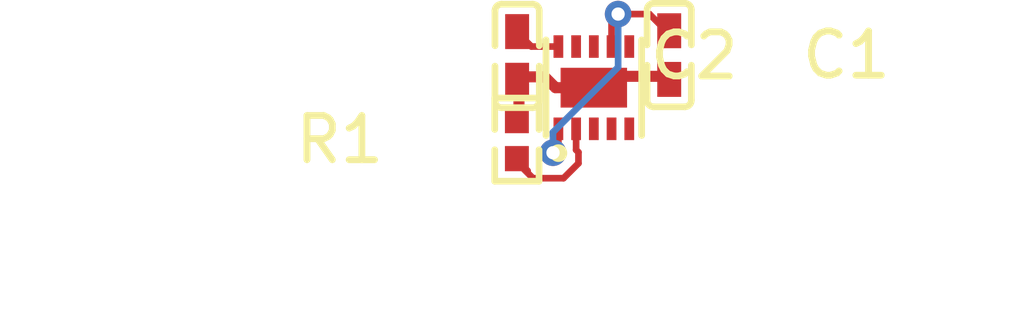
<source format=kicad_pcb>
(kicad_pcb (version 20241229) (generator "pcbnew") (generator_version "9.0")
  (layers (0 "F.Cu" signal) (2 "B.Cu" signal) (13 "F.Paste" user) (15 "B.Paste" user) (5 "F.SilkS" user "F.Silkscreen") (7 "B.SilkS" user "B.Silkscreen") (1 "F.Mask" user) (3 "B.Mask" user) (25 "Edge.Cuts" user))
  (net 0 "")
  (net 1 "IN")
  (net 2 "ISET")
  (net 3 "gnd")
  (net 4 "PRETERM")
  (net 5 "PG")
  (net 6 "CHG")
  (net 7 "TS")
  (net 8 "OUT")
  (net 9 "NC")
  (footprint "atopile:C0402-b3ef17" (layer "F.Cu") (at 161.048551 90.11218 -90)
    (property "Reference" "C2" (at 0 -4 0) (layer "F.SilkS") (hide no))
    (property "Value" "1µF ±10% 25V X5R")
    (fp_line (start -0.23 0.5) (end -1.02 0.5) (stroke (width 0.15)) (layer "F.SilkS"))
    (fp_line (start 0.23 0.5) (end 1.02 0.5) (stroke (width 0.15)) (layer "F.SilkS"))
    (fp_line (start -1.17 0.35) (end -1.17 -0.35) (stroke (width 0.15)) (layer "F.SilkS"))
    (fp_line (start 1.17 0.35) (end 1.17 -0.35) (stroke (width 0.15)) (layer "F.SilkS"))
    (fp_line (start -1.02 -0.5) (end -0.23 -0.5) (stroke (width 0.15)) (layer "F.SilkS"))
    (fp_line (start 1.02 -0.5) (end 0.23 -0.5) (stroke (width 0.15)) (layer "F.SilkS"))
    (fp_arc (start -1.02 0.5) (mid -1.126066 0.456066) (end -1.17 0.35) (stroke (width 0.15)) (layer "F.SilkS"))
    (fp_arc (start 1.17 0.35) (mid 1.126066 0.456066) (end 1.02 0.5) (stroke (width 0.15)) (layer "F.SilkS"))
    (fp_arc (start -1.17 -0.35) (mid -1.126066 -0.456066) (end -1.02 -0.5) (stroke (width 0.15)) (layer "F.SilkS"))
    (fp_arc (start 1.02 -0.5) (mid 1.126066 -0.456066) (end 1.17 -0.35) (stroke (width 0.15)) (layer "F.SilkS"))
    (fp_text user "${REFERENCE}" (at 0 -4 0) (layer "F.SilkS"))
    (pad "1" smd rect (at -0.55 0 270) (size 0.79 0.54) (layers "F.Cu" "F.Mask" "F.Paste") (net 8 "OUT"))
    (pad "2" smd rect (at 0.55 0 270) (size 0.79 0.54) (layers "F.Cu" "F.Mask" "F.Paste") (net 3 "gnd"))
  )
  (footprint "atopile:C0402-b3ef17" (layer "F.Cu") (at 164.481622 90.09283 -90)
    (property "Reference" "C1" (at 0 -4 0) (layer "F.SilkS") (hide no))
    (property "Value" "1µF ±10% 25V X5R")
    (fp_line (start -0.23 0.5) (end -1.02 0.5) (stroke (width 0.15)) (layer "F.SilkS"))
    (fp_line (start 0.23 0.5) (end 1.02 0.5) (stroke (width 0.15)) (layer "F.SilkS"))
    (fp_line (start -1.17 0.35) (end -1.17 -0.35) (stroke (width 0.15)) (layer "F.SilkS"))
    (fp_line (start 1.17 0.35) (end 1.17 -0.35) (stroke (width 0.15)) (layer "F.SilkS"))
    (fp_line (start -1.02 -0.5) (end -0.23 -0.5) (stroke (width 0.15)) (layer "F.SilkS"))
    (fp_line (start 1.02 -0.5) (end 0.23 -0.5) (stroke (width 0.15)) (layer "F.SilkS"))
    (fp_arc (start -1.02 0.5) (mid -1.126066 0.456066) (end -1.17 0.35) (stroke (width 0.15)) (layer "F.SilkS"))
    (fp_arc (start 1.17 0.35) (mid 1.126066 0.456066) (end 1.02 0.5) (stroke (width 0.15)) (layer "F.SilkS"))
    (fp_arc (start -1.17 -0.35) (mid -1.126066 -0.456066) (end -1.02 -0.5) (stroke (width 0.15)) (layer "F.SilkS"))
    (fp_arc (start 1.02 -0.5) (mid 1.126066 -0.456066) (end 1.17 -0.35) (stroke (width 0.15)) (layer "F.SilkS"))
    (fp_text user "${REFERENCE}" (at 0 -4 0) (layer "F.SilkS"))
    (pad "1" smd rect (at -0.55 0 270) (size 0.79 0.54) (layers "F.Cu" "F.Mask" "F.Paste") (net 1 "IN"))
    (pad "2" smd rect (at 0.55 0 270) (size 0.79 0.54) (layers "F.Cu" "F.Mask" "F.Paste") (net 3 "gnd"))
  )
  (footprint "atopile:R0402-56259e" (layer "F.Cu") (at 161.043341 92.004343 90)
    (property "Reference" "R1" (at 0 -4 0) (layer "F.SilkS") (hide no))
    (property "Value" "560Ω ±1% 62.5mW")
    (fp_line (start 0.94 -0.5) (end 0.23 -0.5) (stroke (width 0.15)) (layer "F.SilkS"))
    (fp_line (start -0.94 -0.5) (end -0.23 -0.5) (stroke (width 0.15)) (layer "F.SilkS"))
    (fp_line (start 0.94 0.5) (end 0.94 -0.5) (stroke (width 0.15)) (layer "F.SilkS"))
    (fp_line (start 0.23 0.5) (end 0.94 0.5) (stroke (width 0.15)) (layer "F.SilkS"))
    (fp_line (start -0.23 0.5) (end -0.94 0.5) (stroke (width 0.15)) (layer "F.SilkS"))
    (fp_line (start -0.94 0.5) (end -0.94 -0.5) (stroke (width 0.15)) (layer "F.SilkS"))
    (fp_text user "${REFERENCE}" (at 0 -4 0) (layer "F.SilkS"))
    (pad "1" smd rect (at -0.43 0 90) (size 0.57 0.54) (layers "F.Cu" "F.Mask" "F.Paste") (net 2 "ISET"))
    (pad "2" smd rect (at 0.43 0 90) (size 0.57 0.54) (layers "F.Cu" "F.Mask" "F.Paste") (net 3 "gnd"))
  )
  (footprint "lib:WSON-10_L2.0-W2.0-P0.40-BL-EP" (layer "F.Cu") (at 162.78 90.83 0)
    (property "Reference" "U1" (hide yes))
    (property "Value" "")
    (fp_line (start -1.08 1.08) (end -1.08 -1.08) (stroke (width 0.15)) (layer "F.SilkS"))
    (fp_line (start 1.08 -1.08) (end 1.08 1.08) (stroke (width 0.15)) (layer "F.SilkS"))
    (fp_circle (center -0.8 1.48) (end -0.7 1.48) (stroke (width 0.2)) (fill no) (layer "F.SilkS"))
    (pad "1" smd rect (at -0.8 0.93 0) (size 0.22 0.51) (layers "F.Cu" "F.Mask" "F.Paste") (net 1 "IN"))
    (pad "2" smd rect (at -0.4 0.93 0) (size 0.22 0.51) (layers "F.Cu" "F.Mask" "F.Paste") (net 2 "ISET"))
    (pad "3" smd rect (at 0 0.93 0) (size 0.22 0.51) (layers "F.Cu" "F.Mask" "F.Paste") (net 3 "gnd"))
    (pad "4" smd rect (at 0.4 0.93 0) (size 0.22 0.51) (layers "F.Cu" "F.Mask" "F.Paste") (net 4 "PRETERM"))
    (pad "5" smd rect (at 0.8 0.93 0) (size 0.22 0.51) (layers "F.Cu" "F.Mask" "F.Paste") (net 5 "PG"))
    (pad "6" smd rect (at 0.8 -0.93 0) (size 0.22 0.51) (layers "F.Cu" "F.Mask" "F.Paste") (net 9 "NC"))
    (pad "7" smd rect (at 0.4 -0.93 0) (size 0.22 0.51) (layers "F.Cu" "F.Mask" "F.Paste") (net 1 "IN"))
    (pad "8" smd rect (at 0 -0.93 0) (size 0.22 0.51) (layers "F.Cu" "F.Mask" "F.Paste") (net 6 "CHG"))
    (pad "9" smd rect (at -0.4 -0.93 0) (size 0.22 0.51) (layers "F.Cu" "F.Mask" "F.Paste") (net 7 "TS"))
    (pad "10" smd rect (at -0.8 -0.93 0) (size 0.22 0.51) (layers "F.Cu" "F.Mask" "F.Paste") (net 8 "OUT"))
    (pad "11" smd rect (at 0 0 0) (size 1.5 0.9) (layers "F.Cu" "F.Mask" "F.Paste") (net 3 "gnd"))
  )
  (via (at 161.858568 92.300394) (size 0.6) (drill 0.3) (layers "F.Cu" "B.Cu") (net 1))
  (via (at 163.328302 89.166018) (size 0.6) (drill 0.3) (layers "F.Cu" "B.Cu") (net 1))
  (segment (start 161.858568 92.300394) (end 161.98 92.178962) (width 0.15) (net 1) (layer "F.Cu"))
  (segment (start 163.18 89.31432) (end 163.18 89.9) (width 0.15) (net 1) (layer "F.Cu"))
  (segment (start 163.328302 89.166018) (end 163.18 89.31432) (width 0.15) (net 1) (layer "F.Cu"))
  (segment (start 161.98 92.178962) (end 161.98 91.76) (width 0.15) (net 1) (layer "F.Cu"))
  (segment (start 164.481622 89.61283) (end 164.03481 89.166018) (width 0.15) (net 1) (layer "F.Cu"))
  (segment (start 164.03481 89.166018) (end 163.328302 89.166018) (width 0.15) (net 1) (layer "F.Cu"))
  (segment (start 161.858568 91.837045) (end 163.328302 90.367311) (width 0.15) (net 1) (layer "B.Cu"))
  (segment (start 163.328302 90.367311) (end 163.328302 89.166018) (width 0.15) (net 1) (layer "B.Cu"))
  (segment (start 161.858568 92.300394) (end 161.858568 91.837045) (width 0.15) (net 1) (layer "B.Cu"))
  (segment (start 161.405658 92.87666) (end 162.096241 92.87666) (width 0.15) (net 2) (layer "F.Cu"))
  (segment (start 161.089887 92.513632) (end 161.286255 92.71) (width 0.15) (net 2) (layer "F.Cu"))
  (segment (start 162.096241 92.87666) (end 162.433068 92.539833) (width 0.15) (net 2) (layer "F.Cu"))
  (segment (start 162.433068 92.539833) (end 162.433068 92.29) (width 0.15) (net 2) (layer "F.Cu"))
  (segment (start 162.38 92.236932) (end 162.38 91.76) (width 0.15) (net 2) (layer "F.Cu"))
  (segment (start 161.043341 92.514343) (end 161.405658 92.87666) (width 0.15) (net 2) (layer "F.Cu"))
  (segment (start 162.433068 92.29) (end 162.38 92.236932) (width 0.15) (net 2) (layer "F.Cu"))
  (segment (start 161.915345 90.83) (end 161.670728 90.585383) (width 0.25) (net 3) (layer "F.Cu"))
  (segment (start 161.089887 90.59128) (end 161.095784 90.585383) (width 0.25) (net 3) (layer "F.Cu"))
  (segment (start 161.670728 90.585383) (end 161.095784 90.585383) (width 0.25) (net 3) (layer "F.Cu"))
  (segment (start 164.481622 90.57283) (end 163.03717 90.57283) (width 0.25) (net 3) (layer "F.Cu"))
  (segment (start 161.089887 91.493632) (end 161.089887 90.59128) (width 0.25) (net 3) (layer "F.Cu"))
  (segment (start 163.03717 90.57283) (end 162.78 90.83) (width 0.25) (net 3) (layer "F.Cu"))
  (segment (start 162.78 90.83) (end 161.915345 90.83) (width 0.25) (net 3) (layer "F.Cu"))
  (segment (start 162.783368 89.896632) (end 162.78 89.9) (width 0.15) (net 6) (layer "F.Cu"))
  (segment (start 161.98 89.9) (end 161.98 89.734674) (width 0.15) (net 8) (layer "F.Cu"))
  (segment (start 161.370401 89.9) (end 161.095784 89.625383) (width 0.15) (net 8) (layer "F.Cu"))
  (segment (start 161.98 89.9) (end 161.370401 89.9) (width 0.15) (net 8) (layer "F.Cu"))
)
</source>
